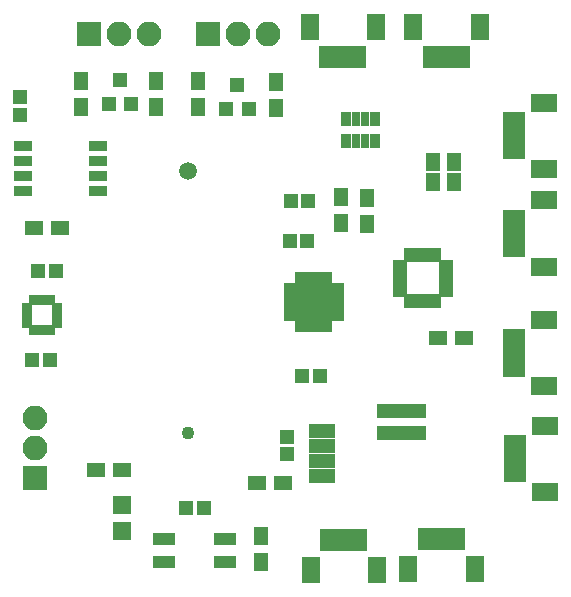
<source format=gts>
G04 #@! TF.GenerationSoftware,KiCad,Pcbnew,no-vcs-found-7722~57~ubuntu16.04.1*
G04 #@! TF.CreationDate,2017-02-25T15:26:39+01:00*
G04 #@! TF.ProjectId,GhostSensorboard,47686F737453656E736F72626F617264,rev?*
G04 #@! TF.FileFunction,Soldermask,Top*
G04 #@! TF.FilePolarity,Negative*
%FSLAX46Y46*%
G04 Gerber Fmt 4.6, Leading zero omitted, Abs format (unit mm)*
G04 Created by KiCad (PCBNEW no-vcs-found-7722~57~ubuntu16.04.1) date Sat Feb 25 15:26:39 2017*
%MOMM*%
%LPD*%
G01*
G04 APERTURE LIST*
%ADD10C,0.100000*%
%ADD11R,1.150000X1.200000*%
%ADD12R,1.200000X1.150000*%
%ADD13R,1.600000X1.600000*%
%ADD14R,1.200000X1.300000*%
%ADD15R,1.600000X1.300000*%
%ADD16R,1.300000X1.600000*%
%ADD17R,1.850000X1.100000*%
%ADD18R,1.250000X0.700000*%
%ADD19R,0.700000X1.250000*%
%ADD20R,1.000000X1.950000*%
%ADD21R,1.600000X2.200000*%
%ADD22R,2.200000X1.200000*%
%ADD23R,1.700000X1.700000*%
%ADD24R,1.950000X1.000000*%
%ADD25R,2.200000X1.600000*%
%ADD26R,1.543000X0.908000*%
%ADD27R,0.900000X1.200000*%
%ADD28R,0.800000X1.200000*%
%ADD29R,1.200000X0.900000*%
%ADD30R,1.200000X0.800000*%
%ADD31R,0.700000X1.200000*%
%ADD32R,2.100000X2.100000*%
%ADD33O,2.100000X2.100000*%
%ADD34C,1.100000*%
%ADD35C,1.500000*%
%ADD36R,0.700000X0.850000*%
%ADD37R,0.850000X0.700000*%
G04 APERTURE END LIST*
D10*
D11*
X116464080Y-113329720D03*
X116464080Y-111829720D03*
D12*
X109434760Y-117899180D03*
X107934760Y-117899180D03*
D11*
X93893640Y-83064920D03*
X93893640Y-84564920D03*
D12*
X117735920Y-106725720D03*
X119235920Y-106725720D03*
X116684360Y-95239840D03*
X118184360Y-95239840D03*
X116770720Y-91892120D03*
X118270720Y-91892120D03*
X94870840Y-105369360D03*
X96370840Y-105369360D03*
X96868680Y-97790000D03*
X95368680Y-97790000D03*
D13*
X102473760Y-117584040D03*
X102473760Y-119784040D03*
D14*
X101371360Y-83654140D03*
X103271360Y-83654140D03*
X102321360Y-81654140D03*
X111318000Y-84050380D03*
X113218000Y-84050380D03*
X112268000Y-82050380D03*
D15*
X129237560Y-103449120D03*
X131437560Y-103449120D03*
X116156920Y-115763040D03*
X113956920Y-115763040D03*
D16*
X105410000Y-81737020D03*
X105410000Y-83937020D03*
X114226340Y-122425640D03*
X114226340Y-120225640D03*
D15*
X102532360Y-114655600D03*
X100332360Y-114655600D03*
D16*
X99049840Y-83865900D03*
X99049840Y-81665900D03*
X115559840Y-81792900D03*
X115559840Y-83992900D03*
X108935520Y-83901460D03*
X108935520Y-81701460D03*
X123261120Y-93830320D03*
X123261120Y-91630320D03*
X121005600Y-91493160D03*
X121005600Y-93693160D03*
D15*
X97218680Y-94147640D03*
X95018680Y-94147640D03*
D17*
X106038020Y-122452640D03*
X111198020Y-122452640D03*
X111198020Y-120452640D03*
X106038020Y-120452640D03*
D18*
X129905040Y-99675000D03*
X129905040Y-99175000D03*
X129905040Y-98675000D03*
X129905040Y-98175000D03*
X129905040Y-97675000D03*
X129905040Y-97175000D03*
D19*
X129205040Y-96475000D03*
X128705040Y-96475000D03*
X128205040Y-96475000D03*
X127705040Y-96475000D03*
X127205040Y-96475000D03*
X126705040Y-96475000D03*
D18*
X126005040Y-97175000D03*
X126005040Y-97675000D03*
X126005040Y-98175000D03*
X126005040Y-98675000D03*
X126005040Y-99175000D03*
X126005040Y-99675000D03*
D19*
X126705040Y-100375000D03*
X127205040Y-100375000D03*
X127705040Y-100375000D03*
X128205040Y-100375000D03*
X128705040Y-100375000D03*
X129205040Y-100375000D03*
D20*
X128469260Y-79695160D03*
X129469260Y-79695160D03*
X130469260Y-79695160D03*
X131469260Y-79695160D03*
D21*
X127169260Y-77170160D03*
X132769260Y-77170160D03*
D20*
X119680860Y-79695160D03*
X120680860Y-79695160D03*
X121680860Y-79695160D03*
X122680860Y-79695160D03*
D21*
X118380860Y-77170160D03*
X123980860Y-77170160D03*
D22*
X119451120Y-111328200D03*
X119451120Y-112598200D03*
X119451120Y-113868200D03*
X119451120Y-115138200D03*
D18*
X116769600Y-99156200D03*
X116769600Y-99656200D03*
X116769600Y-100156200D03*
X116769600Y-100656200D03*
X116769600Y-101156200D03*
X116769600Y-101656200D03*
D19*
X117469600Y-102356200D03*
X117969600Y-102356200D03*
X118469600Y-102356200D03*
X118969600Y-102356200D03*
X119469600Y-102356200D03*
X119969600Y-102356200D03*
D18*
X120669600Y-101656200D03*
X120669600Y-101156200D03*
X120669600Y-100656200D03*
X120669600Y-100156200D03*
X120669600Y-99656200D03*
X120669600Y-99156200D03*
D19*
X119969600Y-98456200D03*
X119469600Y-98456200D03*
X118969600Y-98456200D03*
X118469600Y-98456200D03*
X117969600Y-98456200D03*
X117469600Y-98456200D03*
D23*
X119369600Y-101056200D03*
X119369600Y-99756200D03*
X118069600Y-101056200D03*
X118069600Y-99756200D03*
D24*
X135696840Y-93117540D03*
X135696840Y-94117540D03*
X135696840Y-95117540D03*
X135696840Y-96117540D03*
D25*
X138221840Y-91817540D03*
X138221840Y-97417540D03*
D24*
X135696840Y-84834600D03*
X135696840Y-85834600D03*
X135696840Y-86834600D03*
X135696840Y-87834600D03*
D25*
X138221840Y-83534600D03*
X138221840Y-89134600D03*
D24*
X135752840Y-112186720D03*
X135752840Y-113186720D03*
X135752840Y-114186720D03*
X135752840Y-115186720D03*
D25*
X138277840Y-110886720D03*
X138277840Y-116486720D03*
D24*
X135714620Y-103234360D03*
X135714620Y-104234360D03*
X135714620Y-105234360D03*
X135714620Y-106234360D03*
D25*
X138239620Y-101934360D03*
X138239620Y-107534360D03*
D20*
X131045080Y-120487320D03*
X130045080Y-120487320D03*
X129045080Y-120487320D03*
X128045080Y-120487320D03*
D21*
X132345080Y-123012320D03*
X126745080Y-123012320D03*
D20*
X122762140Y-120566060D03*
X121762140Y-120566060D03*
X120762140Y-120566060D03*
X119762140Y-120566060D03*
D21*
X124062140Y-123091060D03*
X118462140Y-123091060D03*
D26*
X94117160Y-90982800D03*
X94117160Y-89712800D03*
X94117160Y-88442800D03*
X94117160Y-87172800D03*
X100467160Y-87172800D03*
X100467160Y-88442800D03*
X100467160Y-89712800D03*
X100467160Y-90982800D03*
D27*
X121489620Y-86762160D03*
D28*
X123089620Y-86762160D03*
X122289620Y-86762160D03*
D27*
X123889620Y-86762160D03*
D28*
X122289620Y-84962160D03*
D27*
X121489620Y-84962160D03*
D28*
X123089620Y-84962160D03*
D27*
X123889620Y-84962160D03*
D29*
X128792400Y-88213080D03*
D30*
X128792400Y-89813080D03*
X128792400Y-89013080D03*
D29*
X128792400Y-90613080D03*
D30*
X130592400Y-89013080D03*
D29*
X130592400Y-88213080D03*
D30*
X130592400Y-89813080D03*
D29*
X130592400Y-90613080D03*
D31*
X127901960Y-109677200D03*
X127901960Y-111477200D03*
X124401960Y-109677200D03*
X124401960Y-111477200D03*
X127401960Y-109677200D03*
X126901960Y-109677200D03*
X126401960Y-109677200D03*
X125901960Y-109677200D03*
X125401960Y-109677200D03*
X124901960Y-109677200D03*
X127401960Y-111477200D03*
X126901960Y-111477200D03*
X126401960Y-111477200D03*
X125401960Y-111477200D03*
X125901960Y-111477200D03*
X124901960Y-111477200D03*
D32*
X99664520Y-77767180D03*
D33*
X102204520Y-77767180D03*
X104744520Y-77767180D03*
D32*
X109816900Y-77701140D03*
D33*
X112356900Y-77701140D03*
X114896900Y-77701140D03*
D34*
X108118780Y-111511280D03*
D35*
X108118780Y-89311280D03*
D33*
X95097600Y-110225840D03*
X95097600Y-112765840D03*
D32*
X95097600Y-115305840D03*
D36*
X94957200Y-102824200D03*
X95457200Y-102824200D03*
X95957200Y-102824200D03*
X96457200Y-102824200D03*
D37*
X96982200Y-102299200D03*
X96982200Y-101799200D03*
X96982200Y-101299200D03*
X96982200Y-100799200D03*
D36*
X96457200Y-100274200D03*
X95957200Y-100274200D03*
X95457200Y-100274200D03*
X94957200Y-100274200D03*
D37*
X94432200Y-100799200D03*
X94432200Y-101299200D03*
X94432200Y-101799200D03*
X94432200Y-102299200D03*
M02*

</source>
